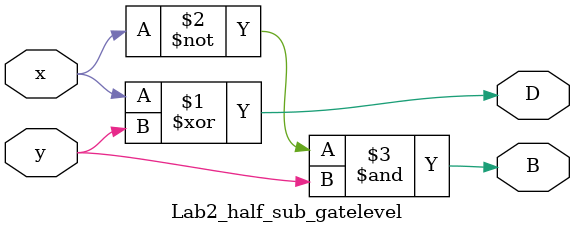
<source format=v>
module Lab2_half_sub_gatelevel(output D, B, input x, y);
    xor G1(D, x, y);
    and G2(B, ~x, y);
endmodule
</source>
